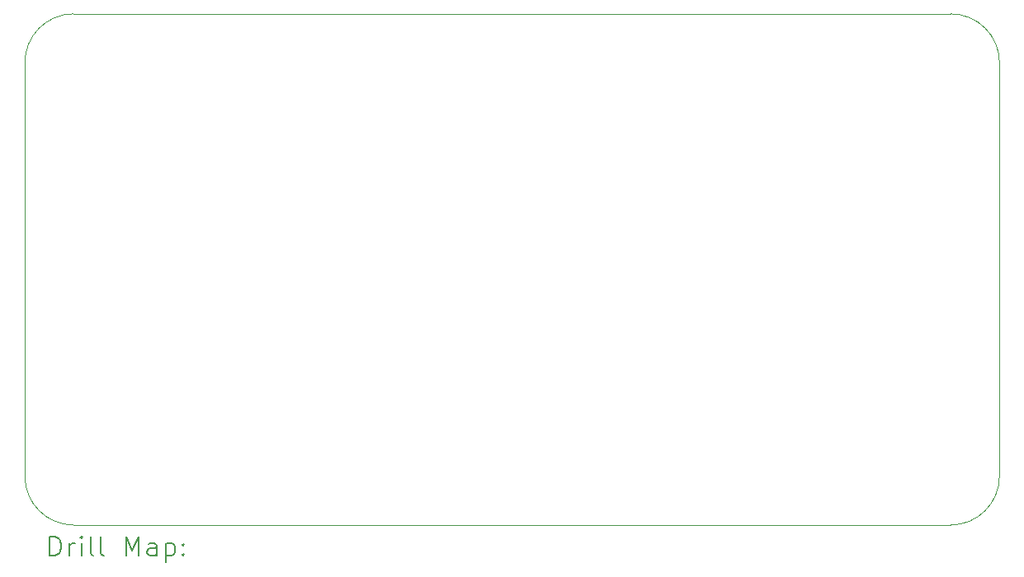
<source format=gbr>
%TF.GenerationSoftware,KiCad,Pcbnew,8.0.0*%
%TF.CreationDate,2024-03-12T01:14:02-04:00*%
%TF.ProjectId,ORA_ControlBoard-main_Rev2,4f52415f-436f-46e7-9472-6f6c426f6172,rev?*%
%TF.SameCoordinates,Original*%
%TF.FileFunction,Drillmap*%
%TF.FilePolarity,Positive*%
%FSLAX45Y45*%
G04 Gerber Fmt 4.5, Leading zero omitted, Abs format (unit mm)*
G04 Created by KiCad (PCBNEW 8.0.0) date 2024-03-12 01:14:02*
%MOMM*%
%LPD*%
G01*
G04 APERTURE LIST*
%ADD10C,0.100000*%
%ADD11C,0.200000*%
G04 APERTURE END LIST*
D10*
X9000000Y-5500000D02*
G75*
G02*
X9500000Y-5000000I500000J0D01*
G01*
X9500000Y-10250000D02*
G75*
G02*
X9000000Y-9750000I0J500000D01*
G01*
X19000000Y-9750000D02*
X19000000Y-5500000D01*
X18500000Y-5000000D02*
X9500000Y-5000000D01*
X9000000Y-5500000D02*
X9000000Y-9750000D01*
X19000000Y-9750000D02*
G75*
G02*
X18500000Y-10250000I-500000J0D01*
G01*
X18500000Y-5000000D02*
G75*
G02*
X19000000Y-5500000I0J-500000D01*
G01*
X9500000Y-10250000D02*
X18500000Y-10250000D01*
D11*
X9255777Y-10566484D02*
X9255777Y-10366484D01*
X9255777Y-10366484D02*
X9303396Y-10366484D01*
X9303396Y-10366484D02*
X9331967Y-10376008D01*
X9331967Y-10376008D02*
X9351015Y-10395055D01*
X9351015Y-10395055D02*
X9360539Y-10414103D01*
X9360539Y-10414103D02*
X9370063Y-10452198D01*
X9370063Y-10452198D02*
X9370063Y-10480770D01*
X9370063Y-10480770D02*
X9360539Y-10518865D01*
X9360539Y-10518865D02*
X9351015Y-10537912D01*
X9351015Y-10537912D02*
X9331967Y-10556960D01*
X9331967Y-10556960D02*
X9303396Y-10566484D01*
X9303396Y-10566484D02*
X9255777Y-10566484D01*
X9455777Y-10566484D02*
X9455777Y-10433150D01*
X9455777Y-10471246D02*
X9465301Y-10452198D01*
X9465301Y-10452198D02*
X9474824Y-10442674D01*
X9474824Y-10442674D02*
X9493872Y-10433150D01*
X9493872Y-10433150D02*
X9512920Y-10433150D01*
X9579586Y-10566484D02*
X9579586Y-10433150D01*
X9579586Y-10366484D02*
X9570063Y-10376008D01*
X9570063Y-10376008D02*
X9579586Y-10385531D01*
X9579586Y-10385531D02*
X9589110Y-10376008D01*
X9589110Y-10376008D02*
X9579586Y-10366484D01*
X9579586Y-10366484D02*
X9579586Y-10385531D01*
X9703396Y-10566484D02*
X9684348Y-10556960D01*
X9684348Y-10556960D02*
X9674824Y-10537912D01*
X9674824Y-10537912D02*
X9674824Y-10366484D01*
X9808158Y-10566484D02*
X9789110Y-10556960D01*
X9789110Y-10556960D02*
X9779586Y-10537912D01*
X9779586Y-10537912D02*
X9779586Y-10366484D01*
X10036729Y-10566484D02*
X10036729Y-10366484D01*
X10036729Y-10366484D02*
X10103396Y-10509341D01*
X10103396Y-10509341D02*
X10170063Y-10366484D01*
X10170063Y-10366484D02*
X10170063Y-10566484D01*
X10351015Y-10566484D02*
X10351015Y-10461722D01*
X10351015Y-10461722D02*
X10341491Y-10442674D01*
X10341491Y-10442674D02*
X10322444Y-10433150D01*
X10322444Y-10433150D02*
X10284348Y-10433150D01*
X10284348Y-10433150D02*
X10265301Y-10442674D01*
X10351015Y-10556960D02*
X10331967Y-10566484D01*
X10331967Y-10566484D02*
X10284348Y-10566484D01*
X10284348Y-10566484D02*
X10265301Y-10556960D01*
X10265301Y-10556960D02*
X10255777Y-10537912D01*
X10255777Y-10537912D02*
X10255777Y-10518865D01*
X10255777Y-10518865D02*
X10265301Y-10499817D01*
X10265301Y-10499817D02*
X10284348Y-10490293D01*
X10284348Y-10490293D02*
X10331967Y-10490293D01*
X10331967Y-10490293D02*
X10351015Y-10480770D01*
X10446253Y-10433150D02*
X10446253Y-10633150D01*
X10446253Y-10442674D02*
X10465301Y-10433150D01*
X10465301Y-10433150D02*
X10503396Y-10433150D01*
X10503396Y-10433150D02*
X10522444Y-10442674D01*
X10522444Y-10442674D02*
X10531967Y-10452198D01*
X10531967Y-10452198D02*
X10541491Y-10471246D01*
X10541491Y-10471246D02*
X10541491Y-10528389D01*
X10541491Y-10528389D02*
X10531967Y-10547436D01*
X10531967Y-10547436D02*
X10522444Y-10556960D01*
X10522444Y-10556960D02*
X10503396Y-10566484D01*
X10503396Y-10566484D02*
X10465301Y-10566484D01*
X10465301Y-10566484D02*
X10446253Y-10556960D01*
X10627205Y-10547436D02*
X10636729Y-10556960D01*
X10636729Y-10556960D02*
X10627205Y-10566484D01*
X10627205Y-10566484D02*
X10617682Y-10556960D01*
X10617682Y-10556960D02*
X10627205Y-10547436D01*
X10627205Y-10547436D02*
X10627205Y-10566484D01*
X10627205Y-10442674D02*
X10636729Y-10452198D01*
X10636729Y-10452198D02*
X10627205Y-10461722D01*
X10627205Y-10461722D02*
X10617682Y-10452198D01*
X10617682Y-10452198D02*
X10627205Y-10442674D01*
X10627205Y-10442674D02*
X10627205Y-10461722D01*
M02*

</source>
